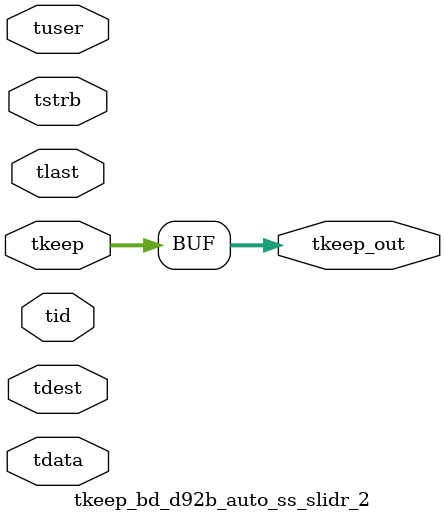
<source format=v>


`timescale 1ps/1ps

module tkeep_bd_d92b_auto_ss_slidr_2 #
(
parameter C_S_AXIS_TDATA_WIDTH = 32,
parameter C_S_AXIS_TUSER_WIDTH = 0,
parameter C_S_AXIS_TID_WIDTH   = 0,
parameter C_S_AXIS_TDEST_WIDTH = 0,
parameter C_M_AXIS_TDATA_WIDTH = 32
)
(
input  [(C_S_AXIS_TDATA_WIDTH == 0 ? 1 : C_S_AXIS_TDATA_WIDTH)-1:0     ] tdata,
input  [(C_S_AXIS_TUSER_WIDTH == 0 ? 1 : C_S_AXIS_TUSER_WIDTH)-1:0     ] tuser,
input  [(C_S_AXIS_TID_WIDTH   == 0 ? 1 : C_S_AXIS_TID_WIDTH)-1:0       ] tid,
input  [(C_S_AXIS_TDEST_WIDTH == 0 ? 1 : C_S_AXIS_TDEST_WIDTH)-1:0     ] tdest,
input  [(C_S_AXIS_TDATA_WIDTH/8)-1:0 ] tkeep,
input  [(C_S_AXIS_TDATA_WIDTH/8)-1:0 ] tstrb,
input                                                                    tlast,
output [(C_M_AXIS_TDATA_WIDTH/8)-1:0 ] tkeep_out
);

assign tkeep_out = {tkeep[7:0]};

endmodule


</source>
